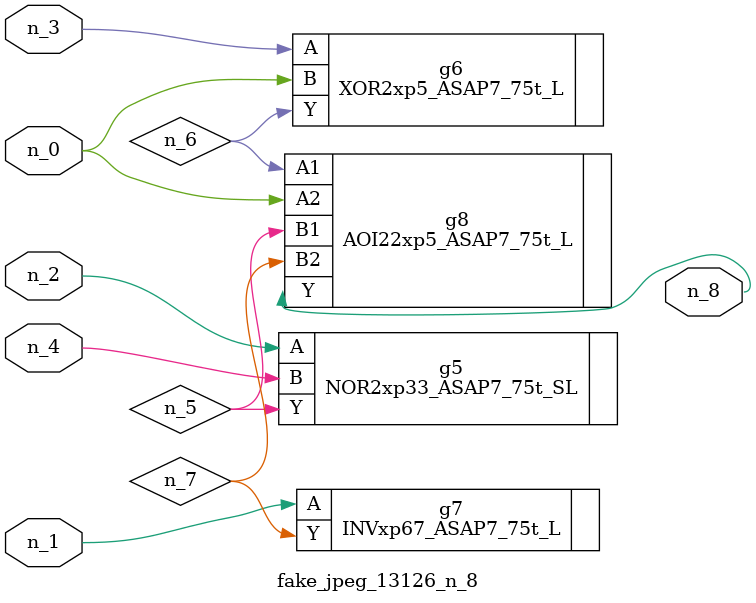
<source format=v>
module fake_jpeg_13126_n_8 (n_3, n_2, n_1, n_0, n_4, n_8);

input n_3;
input n_2;
input n_1;
input n_0;
input n_4;

output n_8;

wire n_6;
wire n_5;
wire n_7;

NOR2xp33_ASAP7_75t_SL g5 ( 
.A(n_2),
.B(n_4),
.Y(n_5)
);

XOR2xp5_ASAP7_75t_L g6 ( 
.A(n_3),
.B(n_0),
.Y(n_6)
);

INVxp67_ASAP7_75t_L g7 ( 
.A(n_1),
.Y(n_7)
);

AOI22xp5_ASAP7_75t_L g8 ( 
.A1(n_6),
.A2(n_0),
.B1(n_5),
.B2(n_7),
.Y(n_8)
);


endmodule
</source>
